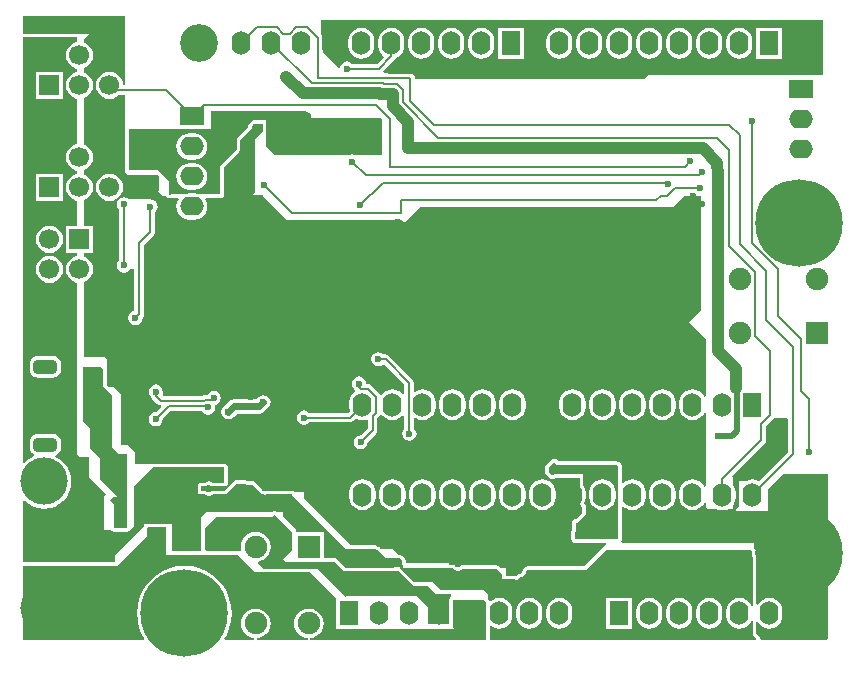
<source format=gbl>
G04*
G04 #@! TF.GenerationSoftware,Altium Limited,Altium Designer,18.1.7 (191)*
G04*
G04 Layer_Physical_Order=2*
G04 Layer_Color=16711680*
%FSLAX44Y44*%
%MOMM*%
G71*
G01*
G75*
%ADD10C,0.2000*%
%ADD11C,0.5000*%
%ADD15R,1.9000X1.9000*%
%ADD61C,1.9000*%
%ADD62R,1.9000X1.9000*%
%ADD70C,1.0000*%
%ADD72C,0.6000*%
%ADD73O,1.6000X2.0000*%
%ADD74R,1.6000X2.0000*%
%ADD75R,2.0000X1.6000*%
%ADD76O,2.0000X1.6000*%
%ADD77C,1.7000*%
%ADD78R,1.7000X1.7000*%
G04:AMPARAMS|DCode=79|XSize=2mm|YSize=1.2mm|CornerRadius=0.36mm|HoleSize=0mm|Usage=FLASHONLY|Rotation=0.000|XOffset=0mm|YOffset=0mm|HoleType=Round|Shape=RoundedRectangle|*
%AMROUNDEDRECTD79*
21,1,2.0000,0.4800,0,0,0.0*
21,1,1.2800,1.2000,0,0,0.0*
1,1,0.7200,0.6400,-0.2400*
1,1,0.7200,-0.6400,-0.2400*
1,1,0.7200,-0.6400,0.2400*
1,1,0.7200,0.6400,0.2400*
%
%ADD79ROUNDEDRECTD79*%
%ADD80C,3.2000*%
%ADD81C,4.0000*%
%ADD82C,7.4000*%
%ADD83C,0.6000*%
G36*
X680000Y481000D02*
X532000D01*
X529000Y478000D01*
X335078D01*
Y478250D01*
X334768Y479811D01*
X333884Y481134D01*
X332561Y482018D01*
X331000Y482328D01*
X312331D01*
X311673Y482768D01*
X310113Y483078D01*
X310112Y483078D01*
X308642D01*
X308116Y484348D01*
X317844Y494076D01*
X317844Y494076D01*
X318728Y495399D01*
X318783Y495677D01*
X320508Y496391D01*
X322805Y498155D01*
X324568Y500452D01*
X325677Y503128D01*
X326055Y506000D01*
Y510000D01*
X325677Y512872D01*
X324568Y515547D01*
X322805Y517845D01*
X320508Y519608D01*
X317832Y520717D01*
X314960Y521095D01*
X312088Y520717D01*
X309412Y519608D01*
X307115Y517845D01*
X305352Y515547D01*
X304243Y512872D01*
X303865Y510000D01*
Y506000D01*
X304243Y503128D01*
X305352Y500452D01*
X307115Y498155D01*
X308202Y497320D01*
X308285Y496053D01*
X302811Y490578D01*
X281741D01*
X281576Y490826D01*
X279591Y492152D01*
X277250Y492617D01*
X274909Y492152D01*
X272924Y490826D01*
X271598Y488841D01*
X271325Y487471D01*
X269947Y487052D01*
X256738Y500262D01*
Y512590D01*
X256738Y512590D01*
X256428Y514151D01*
X255544Y515474D01*
X255544Y515474D01*
X255000Y516018D01*
Y528000D01*
X680000D01*
Y481000D01*
D02*
G37*
G36*
X89000Y473049D02*
X87730Y472966D01*
X87404Y475442D01*
X86245Y478240D01*
X84402Y480642D01*
X82000Y482485D01*
X79202Y483644D01*
X76200Y484039D01*
X73198Y483644D01*
X70400Y482485D01*
X67998Y480642D01*
X66155Y478240D01*
X64996Y475442D01*
X64601Y472440D01*
X64996Y469438D01*
X66155Y466640D01*
X67998Y464238D01*
X70400Y462395D01*
X73198Y461236D01*
X76200Y460841D01*
X79202Y461236D01*
X82000Y462395D01*
X84342Y464192D01*
X89000D01*
Y398738D01*
X91430Y396308D01*
X117367D01*
X118000Y395674D01*
Y384078D01*
X117000Y383078D01*
X121578Y378500D01*
X124001D01*
X124337Y377996D01*
X124932Y377599D01*
X125329Y377333D01*
X126503Y376847D01*
X127673Y376614D01*
X128417Y376763D01*
X128844Y376847D01*
X129404Y377222D01*
X134394D01*
X134956Y376083D01*
X134391Y375347D01*
X133283Y372672D01*
X132905Y369800D01*
X133283Y366928D01*
X134391Y364253D01*
X136155Y361955D01*
X138453Y360191D01*
X141128Y359083D01*
X144000Y358705D01*
X148000D01*
X150872Y359083D01*
X153547Y360191D01*
X155845Y361955D01*
X157608Y364253D01*
X158717Y366928D01*
X159095Y369800D01*
X158717Y372672D01*
X157608Y375347D01*
X157229Y375842D01*
X157941Y377000D01*
X172000D01*
Y378009D01*
X172163Y378117D01*
X172826Y379110D01*
X173059Y380280D01*
Y402733D01*
X186163Y415837D01*
X186826Y416829D01*
X187059Y418000D01*
X187059Y418000D01*
Y425733D01*
X196065Y434739D01*
X196232Y434990D01*
X196445Y435203D01*
X196561Y435481D01*
X196728Y435731D01*
X196787Y436027D01*
X196902Y436306D01*
X196902Y436502D01*
X197229Y438148D01*
X197880Y439120D01*
X198852Y439771D01*
X200000Y439999D01*
X201251Y439750D01*
X201552D01*
X201848Y439691D01*
X205941D01*
Y432941D01*
X199750Y426750D01*
Y381750D01*
X198660Y380660D01*
X198660Y380660D01*
X198000Y380000D01*
X198610Y379390D01*
X199186Y379390D01*
X199186Y379390D01*
X206500D01*
Y378500D01*
X227000Y358000D01*
X324000D01*
X326000Y356000D01*
X339000Y369000D01*
X553000D01*
X563000Y379000D01*
X577000D01*
Y282355D01*
X566645Y272000D01*
X581000Y257645D01*
Y209074D01*
X579730Y208822D01*
X579459Y209478D01*
X577695Y211775D01*
X575397Y213538D01*
X572722Y214647D01*
X569850Y215025D01*
X566978Y214647D01*
X564302Y213538D01*
X562005Y211775D01*
X560242Y209478D01*
X559133Y206802D01*
X558755Y203930D01*
Y199930D01*
X559133Y197058D01*
X560242Y194382D01*
X562005Y192085D01*
X564302Y190322D01*
X566978Y189213D01*
X569850Y188835D01*
X572722Y189213D01*
X575397Y190322D01*
X577695Y192085D01*
X579459Y194382D01*
X579730Y195038D01*
X581000Y194785D01*
Y132874D01*
X579730Y132622D01*
X579459Y133278D01*
X577695Y135575D01*
X575397Y137338D01*
X572722Y138447D01*
X569850Y138825D01*
X566978Y138447D01*
X564302Y137338D01*
X562005Y135575D01*
X560242Y133278D01*
X559133Y130602D01*
X558755Y127730D01*
Y123730D01*
X559133Y120858D01*
X560242Y118182D01*
X562005Y115885D01*
X564302Y114122D01*
X566978Y113013D01*
X569850Y112635D01*
X572722Y113013D01*
X575397Y114122D01*
X577695Y115885D01*
X579459Y118182D01*
X579730Y118838D01*
X581000Y118586D01*
Y115000D01*
X583000Y113000D01*
X584000Y114000D01*
X589996D01*
X592378Y113013D01*
X595250Y112635D01*
X598122Y113013D01*
X600504Y114000D01*
X604053D01*
Y117132D01*
X604859Y118182D01*
X605967Y120858D01*
X606345Y123730D01*
Y127730D01*
X605967Y130602D01*
X604859Y133278D01*
X604053Y134328D01*
Y140947D01*
X603380Y141620D01*
X631134Y169374D01*
X631134Y169374D01*
X632018Y170697D01*
X632328Y172258D01*
X632328Y172258D01*
Y183953D01*
X638741Y190366D01*
X638741Y190366D01*
X639165Y191000D01*
X650000D01*
X650922Y190078D01*
Y161769D01*
X626363Y137211D01*
X626198Y137338D01*
X623522Y138447D01*
X620650Y138825D01*
X617778Y138447D01*
X615103Y137338D01*
X614661Y137000D01*
X609600D01*
Y128071D01*
X609555Y127730D01*
Y123730D01*
X609600Y123389D01*
Y115872D01*
X606728Y113000D01*
X607728Y112000D01*
X634000D01*
Y130750D01*
X646250Y143000D01*
X685000D01*
Y4500D01*
X683500Y3000D01*
X628000D01*
Y3500D01*
X626949Y4551D01*
X626826Y5171D01*
X626163Y6163D01*
X626163Y6163D01*
X624059Y8267D01*
Y17751D01*
X625329Y18004D01*
X625392Y17852D01*
X627155Y15555D01*
X629453Y13792D01*
X632128Y12683D01*
X635000Y12305D01*
X637872Y12683D01*
X640547Y13792D01*
X642845Y15555D01*
X644609Y17852D01*
X645717Y20528D01*
X646095Y23400D01*
Y27400D01*
X645717Y30272D01*
X644609Y32947D01*
X642845Y35245D01*
X640547Y37009D01*
X637872Y38117D01*
X635000Y38495D01*
X632128Y38117D01*
X629453Y37009D01*
X627155Y35245D01*
X625392Y32947D01*
X625329Y32796D01*
X624059Y33049D01*
Y68966D01*
X623988Y69320D01*
X623974Y69681D01*
X623801Y70403D01*
X623344Y76200D01*
X623473Y77827D01*
X623465Y77888D01*
X623480Y77947D01*
X623396Y78478D01*
X623332Y79013D01*
X623302Y79066D01*
X623293Y79126D01*
X623012Y79584D01*
X622749Y80054D01*
X622701Y80092D01*
X622669Y80144D01*
X622000Y80868D01*
Y85160D01*
X510238D01*
X509559Y86430D01*
X509826Y86830D01*
X510059Y88000D01*
Y115496D01*
X510269Y115567D01*
X511329Y115789D01*
X513503Y114122D01*
X516178Y113013D01*
X519050Y112635D01*
X521922Y113013D01*
X524598Y114122D01*
X526895Y115885D01*
X528658Y118182D01*
X529767Y120858D01*
X530145Y123730D01*
Y127730D01*
X529767Y130602D01*
X528658Y133278D01*
X526895Y135575D01*
X524598Y137338D01*
X521922Y138447D01*
X519050Y138825D01*
X516178Y138447D01*
X513503Y137338D01*
X511329Y135670D01*
X510269Y135893D01*
X510059Y135964D01*
Y150000D01*
X510059Y150000D01*
X509826Y151171D01*
X509163Y152163D01*
X509163Y152163D01*
X508163Y153163D01*
X507170Y153826D01*
X506000Y154059D01*
X506000Y154059D01*
X456693D01*
X455074Y155677D01*
X454525Y156044D01*
X454082Y156340D01*
X454082Y156340D01*
X454081Y156340D01*
X453482Y156459D01*
X452911Y156573D01*
X452911Y156573D01*
X452911Y156573D01*
X452339Y156459D01*
X451741Y156340D01*
X451740Y156340D01*
X451740Y156340D01*
X451225Y155995D01*
X450748Y155677D01*
X450748Y155676D01*
X450748Y155676D01*
X450748Y155676D01*
X445837Y150765D01*
X445837Y150765D01*
X445452Y150188D01*
X445174Y149773D01*
X445174Y149773D01*
X445174Y149773D01*
X445075Y149278D01*
X444941Y148602D01*
X444941Y148602D01*
X444941Y145205D01*
X445057Y144624D01*
X445171Y144042D01*
X445173Y144038D01*
X445174Y144034D01*
X445506Y143538D01*
X445832Y143048D01*
X448791Y140073D01*
X448792Y140072D01*
X448793Y140071D01*
X449285Y139741D01*
X449781Y139408D01*
X449783Y139407D01*
X449785Y139406D01*
X450360Y139291D01*
X450951Y139172D01*
X450953Y139172D01*
X450955Y139172D01*
X452225Y139170D01*
X452227Y139171D01*
X452229Y139170D01*
X452819Y139288D01*
X453396Y139402D01*
X453398Y139403D01*
X453400Y139403D01*
X453886Y139728D01*
X454206Y139941D01*
X474441D01*
Y133745D01*
X474519Y133352D01*
X474546Y132953D01*
X474635Y132772D01*
X474674Y132574D01*
X474896Y132241D01*
X475073Y131882D01*
X475187Y131735D01*
X475987Y129803D01*
X476286Y127529D01*
Y123931D01*
X475987Y121657D01*
X475074Y119453D01*
X474841Y118283D01*
X475074Y117112D01*
X475322Y116740D01*
X475737Y116120D01*
X476267Y115590D01*
Y110267D01*
X471043Y105043D01*
X469951Y104826D01*
X468959Y104163D01*
X468296Y103170D01*
X468063Y102000D01*
Y96267D01*
X467837Y96041D01*
X467174Y95049D01*
X466941Y93878D01*
X466941Y93878D01*
Y89122D01*
X466941Y89122D01*
X467174Y87951D01*
X467837Y86959D01*
X468959Y85837D01*
X469951Y85174D01*
X471122Y84941D01*
X471122Y84941D01*
X496532D01*
X497018Y83768D01*
X479000Y65750D01*
Y65326D01*
X478733Y65059D01*
X430000D01*
X428829Y64826D01*
X427837Y64163D01*
X426798Y63123D01*
X426630Y62873D01*
X426417Y62660D01*
X426302Y62382D01*
X426135Y62131D01*
X426076Y61835D01*
X425961Y61557D01*
X425771Y60602D01*
X425121Y59630D01*
X424148Y58979D01*
X423193Y58790D01*
X422915Y58674D01*
X422619Y58615D01*
X422368Y58448D01*
X422090Y58333D01*
X421877Y58120D01*
X421627Y57952D01*
X420611Y56937D01*
X420000Y57059D01*
X420000Y57059D01*
X412059D01*
Y58580D01*
X412059Y58580D01*
X411948Y59140D01*
Y63828D01*
X412000Y63881D01*
X408025D01*
X406917Y64989D01*
X406439Y65308D01*
X405966Y65634D01*
X405944Y65639D01*
X405925Y65652D01*
X405360Y65764D01*
X404799Y65884D01*
X375675Y66313D01*
X375356Y66255D01*
X375033D01*
X374775Y66148D01*
X374501Y66097D01*
X374229Y65922D01*
X373930Y65798D01*
X373796Y65664D01*
X372398Y64729D01*
X371250Y64501D01*
X370102Y64729D01*
X369018Y65454D01*
X368978Y65516D01*
X368712Y65699D01*
X368483Y65928D01*
X368225Y66035D01*
X367995Y66193D01*
X367679Y66261D01*
X367380Y66385D01*
X367101D01*
X366828Y66443D01*
X364000Y66485D01*
Y67941D01*
X363656Y68285D01*
X327370D01*
X327015Y70356D01*
X326893Y70675D01*
X326826Y71010D01*
X326681Y71227D01*
X326588Y71471D01*
X326353Y71719D01*
X326163Y72003D01*
X324003Y74163D01*
X323010Y74826D01*
X321840Y75059D01*
X321840Y75059D01*
X321104D01*
X316047Y80116D01*
X306210D01*
X305437Y80889D01*
X305187Y81056D01*
X304974Y81269D01*
X304695Y81384D01*
X304445Y81552D01*
X304149Y81610D01*
X303871Y81726D01*
X303852Y81729D01*
X302874Y82383D01*
X302596Y82499D01*
X302345Y82666D01*
X302050Y82725D01*
X301771Y82840D01*
X301470Y82840D01*
X301175Y82899D01*
X281101D01*
X241160Y122840D01*
Y128000D01*
X233326D01*
X233261Y128065D01*
X233011Y128232D01*
X232797Y128445D01*
X232519Y128561D01*
X232269Y128728D01*
X231973Y128787D01*
X231695Y128902D01*
X231499D01*
X231006Y129000D01*
X230704D01*
X230409Y129059D01*
X209848D01*
X209552Y129000D01*
X209251D01*
X208000Y128751D01*
X206749Y129000D01*
X206576D01*
X206294Y129282D01*
X206043Y129449D01*
X205912Y129580D01*
X205912Y129580D01*
X205699Y129793D01*
X205532Y130044D01*
X199096Y136480D01*
X198846Y136647D01*
X198633Y136860D01*
X198354Y136975D01*
X198104Y137143D01*
X197808Y137201D01*
X197530Y137317D01*
X197229D01*
X196933Y137375D01*
X196638Y137317D01*
X196337D01*
X194750Y137001D01*
X193602Y137229D01*
X193133Y137543D01*
X192854Y137659D01*
X192604Y137826D01*
X192308Y137885D01*
X192030Y138000D01*
X191729D01*
X191433Y138059D01*
X183456D01*
X183456Y138059D01*
X182285Y137826D01*
X181293Y137163D01*
X181293Y137163D01*
X173189Y129059D01*
X163717D01*
X163421Y129000D01*
X163120D01*
X162842Y128885D01*
X162546Y128826D01*
X162296Y128659D01*
X162017Y128543D01*
X161548Y128229D01*
X160400Y128001D01*
X159252Y128229D01*
X158783Y128543D01*
X158504Y128659D01*
X158254Y128826D01*
X157958Y128885D01*
X157680Y129000D01*
X157379D01*
X157083Y129059D01*
X154059D01*
Y132941D01*
X157083D01*
X157379Y133000D01*
X157680Y133000D01*
X157958Y133115D01*
X158254Y133174D01*
X158504Y133342D01*
X158783Y133457D01*
X159252Y133771D01*
X160400Y133999D01*
X161548Y133771D01*
X162017Y133457D01*
X162296Y133342D01*
X162546Y133174D01*
X162842Y133115D01*
X163120Y133000D01*
X163421Y133000D01*
X163717Y132941D01*
X173565D01*
X174736Y133174D01*
X175728Y133837D01*
X176391Y134830D01*
X176624Y136000D01*
Y148435D01*
X176391Y149605D01*
X176319Y149714D01*
X176605Y150000D01*
X174605Y152000D01*
X173296D01*
X173000Y152059D01*
X173000Y152059D01*
X113000D01*
X113000Y152059D01*
X112704Y152000D01*
X98250D01*
Y161500D01*
X91750Y168000D01*
X86000D01*
Y211000D01*
X80250Y216750D01*
X75576D01*
X74500Y217826D01*
Y240000D01*
X72500Y242000D01*
X55000D01*
Y305892D01*
X56600Y306555D01*
X59002Y308398D01*
X60845Y310800D01*
X62004Y313598D01*
X62399Y316600D01*
X62004Y319602D01*
X60845Y322400D01*
X59002Y324802D01*
X56600Y326645D01*
X55000Y327308D01*
Y330500D01*
X62300D01*
Y353500D01*
X55000D01*
Y375372D01*
X56600Y376035D01*
X59002Y377878D01*
X60845Y380280D01*
X62004Y383078D01*
X62399Y386080D01*
X62004Y389082D01*
X60845Y391880D01*
X59002Y394282D01*
X56600Y396125D01*
X55000Y396788D01*
Y400772D01*
X56600Y401435D01*
X59002Y403278D01*
X60845Y405680D01*
X62004Y408478D01*
X62399Y411480D01*
X62004Y414482D01*
X60845Y417280D01*
X59002Y419682D01*
X56600Y421525D01*
X55000Y422188D01*
Y461732D01*
X56600Y462395D01*
X59002Y464238D01*
X60845Y466640D01*
X62004Y469438D01*
X62399Y472440D01*
X62004Y475442D01*
X60845Y478240D01*
X59002Y480642D01*
X56600Y482485D01*
X55000Y483148D01*
Y487132D01*
X56600Y487795D01*
X59002Y489638D01*
X60845Y492040D01*
X62004Y494838D01*
X62399Y497840D01*
X62004Y500842D01*
X60845Y503640D01*
X59002Y506042D01*
X56600Y507885D01*
X55000Y508548D01*
Y512000D01*
X59000Y516000D01*
X48881D01*
X48586Y516059D01*
X3000D01*
Y531000D01*
X89000D01*
Y473049D01*
D02*
G37*
G36*
X247000Y448000D02*
Y445000D01*
X306000D01*
X307000Y444000D01*
Y413000D01*
X284692D01*
X284091Y413402D01*
X281750Y413867D01*
X279409Y413402D01*
X278808Y413000D01*
X216750D01*
X209000Y420750D01*
Y442750D01*
X201848D01*
X200000Y443117D01*
X197659Y442652D01*
X195674Y441326D01*
X194348Y439341D01*
X193883Y437000D01*
X193902Y436902D01*
X184000Y427000D01*
Y418000D01*
X170000Y404000D01*
Y380280D01*
X151442D01*
X150872Y380517D01*
X148000Y380895D01*
X144000D01*
X141128Y380517D01*
X140558Y380280D01*
X128280D01*
X127673Y379673D01*
X126500Y380159D01*
Y391500D01*
X117000Y401000D01*
X93000D01*
Y435000D01*
X162000D01*
Y451000D01*
X242000D01*
X247000Y448000D01*
D02*
G37*
G36*
X49000Y512000D02*
Y509202D01*
X47798Y509044D01*
X45000Y507885D01*
X42598Y506042D01*
X40755Y503640D01*
X39596Y500842D01*
X39201Y497840D01*
X39596Y494838D01*
X40755Y492040D01*
X42598Y489638D01*
X45000Y487795D01*
X47798Y486636D01*
X49000Y486478D01*
Y483802D01*
X47798Y483644D01*
X45000Y482485D01*
X42598Y480642D01*
X40755Y478240D01*
X39596Y475442D01*
X39201Y472440D01*
X39596Y469438D01*
X40755Y466640D01*
X42598Y464238D01*
X45000Y462395D01*
X47798Y461236D01*
X49000Y461078D01*
Y422842D01*
X47798Y422684D01*
X45000Y421525D01*
X42598Y419682D01*
X40755Y417280D01*
X39596Y414482D01*
X39201Y411480D01*
X39596Y408478D01*
X40755Y405680D01*
X42598Y403278D01*
X45000Y401435D01*
X47798Y400276D01*
X49000Y400118D01*
Y397442D01*
X47798Y397284D01*
X45000Y396125D01*
X42598Y394282D01*
X40755Y391880D01*
X39596Y389082D01*
X39201Y386080D01*
X39596Y383078D01*
X40755Y380280D01*
X42598Y377878D01*
X45000Y376035D01*
X47798Y374876D01*
X49000Y374718D01*
Y353500D01*
X39300D01*
Y330500D01*
X49000D01*
Y327962D01*
X47798Y327804D01*
X45000Y326645D01*
X42598Y324802D01*
X40755Y322400D01*
X39596Y319602D01*
X39201Y316600D01*
X39596Y313598D01*
X40755Y310800D01*
X42598Y308398D01*
X45000Y306555D01*
X47798Y305396D01*
X49000Y305238D01*
Y160000D01*
X51000Y158000D01*
X59000D01*
Y140000D01*
X73000Y126000D01*
X72000Y125000D01*
Y95500D01*
X77783D01*
X77837Y95419D01*
X78829Y94756D01*
X80000Y94523D01*
X91000D01*
X92170Y94756D01*
X93163Y95419D01*
X93163Y95419D01*
X93244Y95500D01*
X93500D01*
X97000Y99000D01*
Y133000D01*
X113000Y149000D01*
X173000D01*
X173565Y148435D01*
Y136000D01*
X163717D01*
X162741Y136652D01*
X160400Y137118D01*
X158059Y136652D01*
X157083Y136000D01*
X152000D01*
X151000Y135000D01*
Y126000D01*
X157083D01*
X158059Y125348D01*
X160400Y124882D01*
X162741Y125348D01*
X163717Y126000D01*
X173916D01*
X174186Y125730D01*
X183456Y135000D01*
X191433D01*
X192409Y134348D01*
X194750Y133883D01*
X196933Y134317D01*
X203369Y127881D01*
X203674Y127424D01*
X204131Y127119D01*
X205250Y126000D01*
X206152D01*
X208000Y125632D01*
X209848Y126000D01*
X230409D01*
X231000Y125883D01*
X231098Y125902D01*
X276000Y81000D01*
Y79840D01*
X301175D01*
X302659Y78848D01*
X303274Y78726D01*
X310000Y72000D01*
X321840D01*
X324000Y69840D01*
X325000Y64000D01*
X366783Y63385D01*
X366924Y63174D01*
X368909Y61848D01*
X371250Y61382D01*
X373591Y61848D01*
X375576Y63174D01*
X375630Y63255D01*
X404754Y62826D01*
X409000Y58580D01*
Y54000D01*
X420000D01*
X421000Y53000D01*
X423789Y55789D01*
X425341Y56098D01*
X427326Y57424D01*
X428652Y59409D01*
X428960Y60960D01*
X430000Y62000D01*
X480000D01*
X497000Y79000D01*
X619561D01*
X620423Y78067D01*
X620276Y76200D01*
X620770Y69923D01*
X621000Y68966D01*
Y31941D01*
X619730Y31688D01*
X619208Y32947D01*
X617445Y35245D01*
X615148Y37009D01*
X612472Y38117D01*
X609600Y38495D01*
X606728Y38117D01*
X604053Y37009D01*
X601755Y35245D01*
X599991Y32947D01*
X598883Y30272D01*
X598505Y27400D01*
Y23400D01*
X598883Y20528D01*
X599991Y17852D01*
X601755Y15555D01*
X604053Y13792D01*
X606728Y12683D01*
X609600Y12305D01*
X612472Y12683D01*
X615148Y13792D01*
X617445Y15555D01*
X619208Y17852D01*
X619730Y19112D01*
X621000Y18859D01*
Y7000D01*
X624000Y4000D01*
X623000Y3000D01*
X398059D01*
Y14334D01*
X399329Y14961D01*
X400853Y13792D01*
X403528Y12683D01*
X406400Y12305D01*
X409272Y12683D01*
X411948Y13792D01*
X414245Y15555D01*
X416008Y17852D01*
X417117Y20528D01*
X417495Y23400D01*
Y27400D01*
X417117Y30272D01*
X416008Y32947D01*
X414245Y35245D01*
X411948Y37009D01*
X409272Y38117D01*
X406400Y38495D01*
X403528Y38117D01*
X400853Y37009D01*
X399206Y35745D01*
X397863Y36159D01*
X397777Y36244D01*
X397163Y37163D01*
X397000Y37326D01*
Y41000D01*
X393000Y45000D01*
X365545D01*
X365250Y45059D01*
X356941D01*
X350000Y52000D01*
X334326Y52000D01*
X322595Y63731D01*
X322345Y63898D01*
X322132Y64111D01*
X321853Y64226D01*
X321603Y64394D01*
X321307Y64453D01*
X321029Y64568D01*
X320728D01*
X320432Y64627D01*
X320136Y64568D01*
X319835D01*
X319500Y64501D01*
X319165Y64568D01*
X318863D01*
X318568Y64627D01*
X318272Y64568D01*
X317971D01*
X317693Y64453D01*
X317397Y64394D01*
X317147Y64226D01*
X316868Y64111D01*
X316816Y64059D01*
X290591D01*
X290296Y64000D01*
X289704D01*
X289409Y64059D01*
X276267D01*
X269163Y71163D01*
X268171Y71826D01*
X267000Y72059D01*
X267000Y72059D01*
X257500D01*
Y94250D01*
X234081D01*
Y97000D01*
X223500Y107581D01*
Y111000D01*
X218326D01*
X218163Y111163D01*
X217171Y111826D01*
X216000Y112059D01*
X214830Y111826D01*
X213837Y111163D01*
X213837Y111163D01*
X213674Y111000D01*
X158000D01*
X154000Y107000D01*
Y97878D01*
X153941Y97582D01*
X153941Y97582D01*
Y80116D01*
X154000Y79821D01*
Y78059D01*
X142321D01*
X142123Y78019D01*
X141922Y78033D01*
X141600Y77990D01*
X141278Y78033D01*
X141077Y78019D01*
X140879Y78059D01*
X129941D01*
X129000Y79000D01*
Y100700D01*
X127200D01*
Y101000D01*
X124357D01*
X124000Y101071D01*
X108000D01*
X107643Y101000D01*
X105200D01*
Y99222D01*
X105174Y99183D01*
X105112Y98873D01*
X81000Y74761D01*
Y69000D01*
X4000D01*
X3000Y69796D01*
Y120793D01*
X4196Y121221D01*
X4658Y120658D01*
X8160Y117784D01*
X12156Y115648D01*
X16491Y114333D01*
X21000Y113889D01*
X25509Y114333D01*
X29844Y115648D01*
X33840Y117784D01*
X37342Y120658D01*
X40216Y124160D01*
X42352Y128156D01*
X43667Y132491D01*
X44111Y137000D01*
X43667Y141509D01*
X42352Y145844D01*
X40216Y149840D01*
X37342Y153342D01*
X33840Y156216D01*
X30509Y157997D01*
X30620Y159378D01*
X31723Y159835D01*
X33102Y160893D01*
X34160Y162271D01*
X34825Y163877D01*
X35052Y165600D01*
Y170400D01*
X34825Y172123D01*
X34160Y173728D01*
X33102Y175107D01*
X31723Y176165D01*
X30118Y176830D01*
X28395Y177057D01*
X15595D01*
X13872Y176830D01*
X12266Y176165D01*
X10888Y175107D01*
X9830Y173728D01*
X9165Y172123D01*
X8938Y170400D01*
Y165600D01*
X9165Y163877D01*
X9830Y162271D01*
X10888Y160893D01*
X12266Y159835D01*
X12437Y159764D01*
X12371Y158417D01*
X12156Y158352D01*
X8160Y156216D01*
X4658Y153342D01*
X4196Y152779D01*
X3000Y153207D01*
Y513000D01*
X48586D01*
X49000Y512000D01*
D02*
G37*
G36*
X71000Y232000D02*
Y217000D01*
X78000Y210000D01*
Y166500D01*
X84500Y160000D01*
X91430D01*
Y98012D01*
X91000Y97582D01*
X80000D01*
Y118000D01*
X77000Y121000D01*
X80000Y124000D01*
X81204Y124000D01*
X82500D01*
X82500Y124500D01*
X81730Y125270D01*
X81730Y125270D01*
X68000Y139000D01*
Y156500D01*
X60000Y164500D01*
Y182500D01*
X54000Y188500D01*
Y234000D01*
X69000D01*
X71000Y232000D01*
D02*
G37*
G36*
X455426Y151000D02*
X506000D01*
X507000Y150000D01*
Y88000D01*
X471122D01*
X470000Y89122D01*
Y93878D01*
X471122Y95000D01*
Y102000D01*
X472326D01*
X479326Y109000D01*
Y116857D01*
X477900Y118283D01*
X478967Y120858D01*
X479345Y123730D01*
Y127730D01*
X478967Y130602D01*
X477859Y133278D01*
X477500Y133745D01*
Y143000D01*
X453000D01*
X452229Y142229D01*
X450959Y142231D01*
X448000Y145205D01*
X448000Y148602D01*
X452911Y153514D01*
X455426Y151000D01*
D02*
G37*
G36*
X231000Y94000D02*
Y79000D01*
X223000Y71000D01*
X225000Y69000D01*
X267000D01*
X275000Y61000D01*
X289409D01*
X290000Y60883D01*
X290591Y61000D01*
X318000D01*
X318568Y61568D01*
X319500Y61382D01*
X320432Y61568D01*
X333000Y49000D01*
Y48500D01*
X346000D01*
X352500Y42000D01*
X365250D01*
Y39439D01*
X364837Y39163D01*
X364174Y38170D01*
X363941Y37000D01*
Y16000D01*
X346000D01*
Y31000D01*
X337000Y40000D01*
X277000D01*
X276000Y39000D01*
X252500Y62500D01*
X247758D01*
X247271Y62826D01*
X246100Y63059D01*
X246100Y63059D01*
X207441D01*
X202215Y68285D01*
X202623Y69488D01*
X203263Y69572D01*
X206304Y70831D01*
X208915Y72835D01*
X210919Y75446D01*
X212178Y78487D01*
X212608Y81750D01*
X212178Y85013D01*
X210919Y88054D01*
X208915Y90665D01*
X206304Y92669D01*
X203263Y93928D01*
X200000Y94358D01*
X196737Y93928D01*
X193696Y92669D01*
X191085Y90665D01*
X189081Y88054D01*
X187822Y85013D01*
X187392Y81750D01*
X187703Y79386D01*
X186681Y78116D01*
X159000D01*
X159000Y78116D01*
Y78116D01*
X158151Y78966D01*
X157000Y80116D01*
Y97582D01*
X166418Y107000D01*
X214000D01*
X216000Y109000D01*
X231000Y94000D01*
D02*
G37*
G36*
X124000Y75000D02*
X140879D01*
X141600Y74905D01*
X142321Y75000D01*
X166279Y75000D01*
X167000Y74905D01*
X167721Y75000D01*
X184500D01*
X199500Y60000D01*
X246100D01*
X268400Y37700D01*
Y12400D01*
X269000D01*
Y12000D01*
X367204D01*
Y12000D01*
X367600Y12000D01*
X368300Y12700D01*
X367822Y13178D01*
Y13178D01*
X367000Y14021D01*
Y37000D01*
X393000D01*
X395000Y35000D01*
Y3000D01*
X246054D01*
X245971Y4270D01*
X248263Y4572D01*
X251304Y5831D01*
X253915Y7835D01*
X255919Y10446D01*
X257178Y13487D01*
X257608Y16750D01*
X257178Y20013D01*
X255919Y23054D01*
X253915Y25665D01*
X251304Y27669D01*
X248263Y28928D01*
X245000Y29358D01*
X241737Y28928D01*
X238696Y27669D01*
X236085Y25665D01*
X234081Y23054D01*
X232822Y20013D01*
X232392Y16750D01*
X232822Y13487D01*
X234081Y10446D01*
X236085Y7835D01*
X238696Y5831D01*
X241737Y4572D01*
X244029Y4270D01*
X243946Y3000D01*
X201054D01*
X200971Y4270D01*
X203263Y4572D01*
X206304Y5831D01*
X208915Y7835D01*
X210919Y10446D01*
X212178Y13487D01*
X212608Y16750D01*
X212178Y20013D01*
X210919Y23054D01*
X208915Y25665D01*
X206304Y27669D01*
X203263Y28928D01*
X200000Y29358D01*
X196737Y28928D01*
X193696Y27669D01*
X191085Y25665D01*
X189081Y23054D01*
X187822Y20013D01*
X187392Y16750D01*
X187822Y13487D01*
X189081Y10446D01*
X191085Y7835D01*
X193696Y5831D01*
X196737Y4572D01*
X199029Y4270D01*
X198946Y3000D01*
X174186D01*
X173565Y4108D01*
X175450Y7184D01*
X177860Y13001D01*
X179330Y19123D01*
X179824Y25400D01*
X179330Y31677D01*
X177860Y37799D01*
X175450Y43616D01*
X172161Y48984D01*
X168072Y53772D01*
X163284Y57861D01*
X157916Y61150D01*
X152099Y63560D01*
X145977Y65030D01*
X139700Y65524D01*
X133423Y65030D01*
X127301Y63560D01*
X121484Y61150D01*
X116116Y57861D01*
X111328Y53772D01*
X107239Y48984D01*
X103949Y43616D01*
X101540Y37799D01*
X100070Y31677D01*
X99576Y25400D01*
X100070Y19123D01*
X101540Y13001D01*
X103949Y7184D01*
X105835Y4108D01*
X105214Y3000D01*
X3000D01*
Y65000D01*
X82500D01*
X108000Y90500D01*
Y98012D01*
X124000D01*
Y75000D01*
D02*
G37*
%LPC*%
G36*
X646000Y521000D02*
X624000D01*
Y495000D01*
X646000D01*
Y521000D01*
D02*
G37*
G36*
X427560D02*
X405560D01*
Y495000D01*
X427560D01*
Y521000D01*
D02*
G37*
G36*
X609600Y521095D02*
X606728Y520717D01*
X604053Y519608D01*
X601755Y517845D01*
X599991Y515547D01*
X598883Y512872D01*
X598505Y510000D01*
Y506000D01*
X598883Y503128D01*
X599991Y500452D01*
X601755Y498155D01*
X604053Y496391D01*
X606728Y495283D01*
X609600Y494905D01*
X612472Y495283D01*
X615148Y496391D01*
X617445Y498155D01*
X619208Y500452D01*
X620317Y503128D01*
X620695Y506000D01*
Y510000D01*
X620317Y512872D01*
X619208Y515547D01*
X617445Y517845D01*
X615148Y519608D01*
X612472Y520717D01*
X609600Y521095D01*
D02*
G37*
G36*
X584200D02*
X581328Y520717D01*
X578652Y519608D01*
X576355Y517845D01*
X574591Y515547D01*
X573483Y512872D01*
X573105Y510000D01*
Y506000D01*
X573483Y503128D01*
X574591Y500452D01*
X576355Y498155D01*
X578652Y496391D01*
X581328Y495283D01*
X584200Y494905D01*
X587072Y495283D01*
X589748Y496391D01*
X592045Y498155D01*
X593809Y500452D01*
X594917Y503128D01*
X595295Y506000D01*
Y510000D01*
X594917Y512872D01*
X593809Y515547D01*
X592045Y517845D01*
X589748Y519608D01*
X587072Y520717D01*
X584200Y521095D01*
D02*
G37*
G36*
X558800D02*
X555928Y520717D01*
X553252Y519608D01*
X550955Y517845D01*
X549192Y515547D01*
X548083Y512872D01*
X547705Y510000D01*
Y506000D01*
X548083Y503128D01*
X549192Y500452D01*
X550955Y498155D01*
X553252Y496391D01*
X555928Y495283D01*
X558800Y494905D01*
X561672Y495283D01*
X564347Y496391D01*
X566645Y498155D01*
X568409Y500452D01*
X569517Y503128D01*
X569895Y506000D01*
Y510000D01*
X569517Y512872D01*
X568409Y515547D01*
X566645Y517845D01*
X564347Y519608D01*
X561672Y520717D01*
X558800Y521095D01*
D02*
G37*
G36*
X533400D02*
X530528Y520717D01*
X527853Y519608D01*
X525555Y517845D01*
X523792Y515547D01*
X522683Y512872D01*
X522305Y510000D01*
Y506000D01*
X522683Y503128D01*
X523792Y500452D01*
X525555Y498155D01*
X527853Y496391D01*
X530528Y495283D01*
X533400Y494905D01*
X536272Y495283D01*
X538947Y496391D01*
X541245Y498155D01*
X543008Y500452D01*
X544117Y503128D01*
X544495Y506000D01*
Y510000D01*
X544117Y512872D01*
X543008Y515547D01*
X541245Y517845D01*
X538947Y519608D01*
X536272Y520717D01*
X533400Y521095D01*
D02*
G37*
G36*
X508000D02*
X505128Y520717D01*
X502453Y519608D01*
X500155Y517845D01*
X498391Y515547D01*
X497283Y512872D01*
X496905Y510000D01*
Y506000D01*
X497283Y503128D01*
X498391Y500452D01*
X500155Y498155D01*
X502453Y496391D01*
X505128Y495283D01*
X508000Y494905D01*
X510872Y495283D01*
X513548Y496391D01*
X515845Y498155D01*
X517608Y500452D01*
X518717Y503128D01*
X519095Y506000D01*
Y510000D01*
X518717Y512872D01*
X517608Y515547D01*
X515845Y517845D01*
X513548Y519608D01*
X510872Y520717D01*
X508000Y521095D01*
D02*
G37*
G36*
X482600D02*
X479728Y520717D01*
X477052Y519608D01*
X474755Y517845D01*
X472991Y515547D01*
X471883Y512872D01*
X471505Y510000D01*
Y506000D01*
X471883Y503128D01*
X472991Y500452D01*
X474755Y498155D01*
X477052Y496391D01*
X479728Y495283D01*
X482600Y494905D01*
X485472Y495283D01*
X488148Y496391D01*
X490445Y498155D01*
X492209Y500452D01*
X493317Y503128D01*
X493695Y506000D01*
Y510000D01*
X493317Y512872D01*
X492209Y515547D01*
X490445Y517845D01*
X488148Y519608D01*
X485472Y520717D01*
X482600Y521095D01*
D02*
G37*
G36*
X457200D02*
X454328Y520717D01*
X451652Y519608D01*
X449355Y517845D01*
X447592Y515547D01*
X446483Y512872D01*
X446105Y510000D01*
Y506000D01*
X446483Y503128D01*
X447592Y500452D01*
X449355Y498155D01*
X451652Y496391D01*
X454328Y495283D01*
X457200Y494905D01*
X460072Y495283D01*
X462747Y496391D01*
X465045Y498155D01*
X466809Y500452D01*
X467917Y503128D01*
X468295Y506000D01*
Y510000D01*
X467917Y512872D01*
X466809Y515547D01*
X465045Y517845D01*
X462747Y519608D01*
X460072Y520717D01*
X457200Y521095D01*
D02*
G37*
G36*
X391160D02*
X388288Y520717D01*
X385612Y519608D01*
X383315Y517845D01*
X381552Y515547D01*
X380443Y512872D01*
X380065Y510000D01*
Y506000D01*
X380443Y503128D01*
X381552Y500452D01*
X383315Y498155D01*
X385612Y496391D01*
X388288Y495283D01*
X391160Y494905D01*
X394032Y495283D01*
X396707Y496391D01*
X399005Y498155D01*
X400769Y500452D01*
X401877Y503128D01*
X402255Y506000D01*
Y510000D01*
X401877Y512872D01*
X400769Y515547D01*
X399005Y517845D01*
X396707Y519608D01*
X394032Y520717D01*
X391160Y521095D01*
D02*
G37*
G36*
X365760D02*
X362888Y520717D01*
X360213Y519608D01*
X357915Y517845D01*
X356152Y515547D01*
X355043Y512872D01*
X354665Y510000D01*
Y506000D01*
X355043Y503128D01*
X356152Y500452D01*
X357915Y498155D01*
X360213Y496391D01*
X362888Y495283D01*
X365760Y494905D01*
X368632Y495283D01*
X371307Y496391D01*
X373605Y498155D01*
X375368Y500452D01*
X376477Y503128D01*
X376855Y506000D01*
Y510000D01*
X376477Y512872D01*
X375368Y515547D01*
X373605Y517845D01*
X371307Y519608D01*
X368632Y520717D01*
X365760Y521095D01*
D02*
G37*
G36*
X340360D02*
X337488Y520717D01*
X334813Y519608D01*
X332515Y517845D01*
X330751Y515547D01*
X329643Y512872D01*
X329265Y510000D01*
Y506000D01*
X329643Y503128D01*
X330751Y500452D01*
X332515Y498155D01*
X334813Y496391D01*
X337488Y495283D01*
X340360Y494905D01*
X343232Y495283D01*
X345908Y496391D01*
X348205Y498155D01*
X349968Y500452D01*
X351077Y503128D01*
X351455Y506000D01*
Y510000D01*
X351077Y512872D01*
X349968Y515547D01*
X348205Y517845D01*
X345908Y519608D01*
X343232Y520717D01*
X340360Y521095D01*
D02*
G37*
G36*
X289560D02*
X286688Y520717D01*
X284013Y519608D01*
X281715Y517845D01*
X279951Y515547D01*
X278843Y512872D01*
X278465Y510000D01*
Y506000D01*
X278843Y503128D01*
X279951Y500452D01*
X281715Y498155D01*
X284013Y496391D01*
X286688Y495283D01*
X289560Y494905D01*
X292432Y495283D01*
X295107Y496391D01*
X297405Y498155D01*
X299168Y500452D01*
X300277Y503128D01*
X300655Y506000D01*
Y510000D01*
X300277Y512872D01*
X299168Y515547D01*
X297405Y517845D01*
X295107Y519608D01*
X292432Y520717D01*
X289560Y521095D01*
D02*
G37*
G36*
X76200Y397679D02*
X73198Y397284D01*
X70400Y396125D01*
X67998Y394282D01*
X66155Y391880D01*
X64996Y389082D01*
X64601Y386080D01*
X64996Y383078D01*
X66155Y380280D01*
X67998Y377878D01*
X70400Y376035D01*
X73198Y374876D01*
X76200Y374481D01*
X79202Y374876D01*
X82000Y376035D01*
X84402Y377878D01*
X86245Y380280D01*
X87404Y383078D01*
X87799Y386080D01*
X87404Y389082D01*
X86245Y391880D01*
X84402Y394282D01*
X82000Y396125D01*
X79202Y397284D01*
X76200Y397679D01*
D02*
G37*
G36*
X88500Y377868D02*
X86159Y377402D01*
X84174Y376076D01*
X82848Y374091D01*
X82382Y371750D01*
X82848Y369409D01*
X84174Y367424D01*
X84422Y367259D01*
Y324491D01*
X84174Y324326D01*
X82848Y322341D01*
X82382Y320000D01*
X82848Y317659D01*
X84174Y315674D01*
X86159Y314348D01*
X88500Y313883D01*
X90841Y314348D01*
X92826Y315674D01*
X93712Y317000D01*
X97422D01*
Y281203D01*
X95909Y280902D01*
X93924Y279576D01*
X92598Y277591D01*
X92133Y275250D01*
X92598Y272909D01*
X93924Y270924D01*
X95909Y269598D01*
X98250Y269132D01*
X100591Y269598D01*
X102576Y270924D01*
X103902Y272909D01*
X104368Y275250D01*
X104310Y275542D01*
X104384Y275616D01*
X105268Y276939D01*
X105578Y278500D01*
X105578Y278500D01*
Y337311D01*
X113884Y345616D01*
X113884Y345616D01*
X114768Y346939D01*
X115078Y348500D01*
X115078Y348500D01*
Y365259D01*
X115326Y365424D01*
X116652Y367409D01*
X117118Y369750D01*
X116652Y372091D01*
X115326Y374076D01*
X113341Y375402D01*
X111000Y375868D01*
X92965D01*
X92826Y376076D01*
X90841Y377402D01*
X88500Y377868D01*
D02*
G37*
G36*
X304000Y246618D02*
X301659Y246152D01*
X299674Y244826D01*
X298348Y242841D01*
X297882Y240500D01*
X298348Y238159D01*
X299674Y236174D01*
X301659Y234848D01*
X304000Y234382D01*
X306341Y234848D01*
X308326Y236174D01*
X308537Y236195D01*
X325672Y219061D01*
Y211286D01*
X324402Y210855D01*
X323695Y211775D01*
X321398Y213538D01*
X318722Y214647D01*
X315850Y215025D01*
X312978Y214647D01*
X310303Y213538D01*
X308005Y211775D01*
X306977Y210436D01*
X306620Y210384D01*
X305494Y210589D01*
X304834Y211577D01*
X298097Y218314D01*
X296774Y219198D01*
X295213Y219508D01*
X295213Y219508D01*
X293816D01*
X293617Y219750D01*
X293152Y222091D01*
X291826Y224076D01*
X289841Y225402D01*
X287500Y225868D01*
X285159Y225402D01*
X283174Y224076D01*
X281848Y222091D01*
X281383Y219750D01*
X281848Y217409D01*
X283174Y215424D01*
X284346Y214641D01*
X284400Y214533D01*
X284499Y213986D01*
X284189Y212991D01*
X282605Y211775D01*
X280842Y209478D01*
X279733Y206802D01*
X279355Y203930D01*
Y199930D01*
X279733Y197058D01*
X279756Y197003D01*
X277831Y195078D01*
X245491D01*
X245326Y195326D01*
X243341Y196652D01*
X241000Y197118D01*
X238659Y196652D01*
X236674Y195326D01*
X235348Y193341D01*
X234883Y191000D01*
X235348Y188659D01*
X236674Y186674D01*
X238659Y185348D01*
X241000Y184883D01*
X243341Y185348D01*
X245326Y186674D01*
X245491Y186922D01*
X279520D01*
X279520Y186922D01*
X281081Y187232D01*
X282404Y188116D01*
X284736Y190449D01*
X284902Y190322D01*
X287578Y189213D01*
X290450Y188835D01*
X293322Y189213D01*
X293866Y189438D01*
X294922Y188733D01*
Y181939D01*
X289292Y176310D01*
X289000Y176367D01*
X286659Y175902D01*
X284674Y174576D01*
X283348Y172591D01*
X282882Y170250D01*
X283348Y167909D01*
X284674Y165924D01*
X286659Y164598D01*
X289000Y164132D01*
X291341Y164598D01*
X293326Y165924D01*
X294652Y167909D01*
X295117Y170250D01*
X295060Y170542D01*
X301884Y177366D01*
X301884Y177366D01*
X302768Y178689D01*
X303078Y180250D01*
Y190527D01*
X304834Y192283D01*
X304834Y192283D01*
X305494Y193271D01*
X306620Y193476D01*
X306977Y193424D01*
X308005Y192085D01*
X310303Y190322D01*
X312978Y189213D01*
X315850Y188835D01*
X318722Y189213D01*
X321398Y190322D01*
X323695Y192085D01*
X324402Y193005D01*
X325672Y192574D01*
Y181523D01*
X324548Y179841D01*
X324082Y177500D01*
X324548Y175159D01*
X325874Y173174D01*
X327859Y171848D01*
X330200Y171383D01*
X332541Y171848D01*
X334526Y173174D01*
X335852Y175159D01*
X336317Y177500D01*
X335852Y179841D01*
X334526Y181826D01*
X333828Y182292D01*
Y190324D01*
X334967Y190886D01*
X335703Y190322D01*
X338378Y189213D01*
X341250Y188835D01*
X344122Y189213D01*
X346797Y190322D01*
X349095Y192085D01*
X350858Y194382D01*
X351967Y197058D01*
X352345Y199930D01*
Y203930D01*
X351967Y206802D01*
X350858Y209478D01*
X349095Y211775D01*
X346797Y213538D01*
X344122Y214647D01*
X341250Y215025D01*
X338378Y214647D01*
X335703Y213538D01*
X334967Y212974D01*
X333828Y213536D01*
Y220750D01*
X333828Y220750D01*
X333518Y222311D01*
X332634Y223634D01*
X312884Y243384D01*
X311561Y244268D01*
X310000Y244578D01*
X310000Y244578D01*
X308491D01*
X308326Y244826D01*
X306341Y246152D01*
X304000Y246618D01*
D02*
G37*
G36*
X115500Y219118D02*
X113159Y218652D01*
X111174Y217326D01*
X109848Y215341D01*
X109382Y213000D01*
X109848Y210659D01*
X111174Y208674D01*
X111706Y208319D01*
X111732Y208189D01*
X112616Y206866D01*
X116866Y202616D01*
X116866Y202616D01*
X118189Y201732D01*
X119632Y201445D01*
X119955Y200926D01*
X120234Y200252D01*
X115792Y195809D01*
X115500Y195868D01*
X113159Y195402D01*
X111174Y194076D01*
X109848Y192091D01*
X109382Y189750D01*
X109848Y187409D01*
X111174Y185424D01*
X113159Y184098D01*
X115500Y183632D01*
X117841Y184098D01*
X119826Y185424D01*
X121152Y187409D01*
X121618Y189750D01*
X121559Y190042D01*
X127939Y196422D01*
X154758D01*
X155424Y195424D01*
X157409Y194098D01*
X159750Y193633D01*
X162091Y194098D01*
X164076Y195424D01*
X165402Y197409D01*
X165868Y199750D01*
X165455Y201822D01*
X166841Y202098D01*
X168826Y203424D01*
X170152Y205409D01*
X170618Y207750D01*
X170152Y210091D01*
X168826Y212076D01*
X166841Y213402D01*
X164500Y213867D01*
X162159Y213402D01*
X160174Y212076D01*
X159007Y210328D01*
X157058D01*
X155497Y210018D01*
X154839Y209578D01*
X121957D01*
X121306Y210452D01*
X121167Y210736D01*
X121617Y213000D01*
X121152Y215341D01*
X119826Y217326D01*
X117841Y218652D01*
X115500Y219118D01*
D02*
G37*
G36*
X206500Y210117D02*
X204159Y209652D01*
X202174Y208326D01*
X200466Y206618D01*
X181750D01*
X179409Y206152D01*
X177424Y204826D01*
X172674Y200076D01*
X171348Y198091D01*
X170882Y195750D01*
X171348Y193409D01*
X172674Y191424D01*
X174659Y190098D01*
X177000Y189632D01*
X179341Y190098D01*
X181326Y191424D01*
X184284Y194382D01*
X203000D01*
X205341Y194848D01*
X207326Y196174D01*
X210826Y199674D01*
X212152Y201659D01*
X212618Y204000D01*
X212152Y206341D01*
X210826Y208326D01*
X208841Y209652D01*
X206500Y210117D01*
D02*
G37*
G36*
X544450Y215025D02*
X541578Y214647D01*
X538903Y213538D01*
X536605Y211775D01*
X534841Y209478D01*
X533733Y206802D01*
X533355Y203930D01*
Y199930D01*
X533733Y197058D01*
X534841Y194382D01*
X536605Y192085D01*
X538903Y190322D01*
X541578Y189213D01*
X544450Y188835D01*
X547322Y189213D01*
X549997Y190322D01*
X552295Y192085D01*
X554058Y194382D01*
X555167Y197058D01*
X555545Y199930D01*
Y203930D01*
X555167Y206802D01*
X554058Y209478D01*
X552295Y211775D01*
X549997Y213538D01*
X547322Y214647D01*
X544450Y215025D01*
D02*
G37*
G36*
X519050D02*
X516178Y214647D01*
X513503Y213538D01*
X511205Y211775D01*
X509441Y209478D01*
X508333Y206802D01*
X507955Y203930D01*
Y199930D01*
X508333Y197058D01*
X509441Y194382D01*
X511205Y192085D01*
X513503Y190322D01*
X516178Y189213D01*
X519050Y188835D01*
X521922Y189213D01*
X524598Y190322D01*
X526895Y192085D01*
X528658Y194382D01*
X529767Y197058D01*
X530145Y199930D01*
Y203930D01*
X529767Y206802D01*
X528658Y209478D01*
X526895Y211775D01*
X524598Y213538D01*
X521922Y214647D01*
X519050Y215025D01*
D02*
G37*
G36*
X493650D02*
X490778Y214647D01*
X488102Y213538D01*
X485805Y211775D01*
X484041Y209478D01*
X482933Y206802D01*
X482555Y203930D01*
Y199930D01*
X482933Y197058D01*
X484041Y194382D01*
X485805Y192085D01*
X488102Y190322D01*
X490778Y189213D01*
X493650Y188835D01*
X496522Y189213D01*
X499198Y190322D01*
X501495Y192085D01*
X503259Y194382D01*
X504367Y197058D01*
X504745Y199930D01*
Y203930D01*
X504367Y206802D01*
X503259Y209478D01*
X501495Y211775D01*
X499198Y213538D01*
X496522Y214647D01*
X493650Y215025D01*
D02*
G37*
G36*
X468250D02*
X465378Y214647D01*
X462702Y213538D01*
X460405Y211775D01*
X458642Y209478D01*
X457533Y206802D01*
X457155Y203930D01*
Y199930D01*
X457533Y197058D01*
X458642Y194382D01*
X460405Y192085D01*
X462702Y190322D01*
X465378Y189213D01*
X468250Y188835D01*
X471122Y189213D01*
X473797Y190322D01*
X476095Y192085D01*
X477859Y194382D01*
X478967Y197058D01*
X479345Y199930D01*
Y203930D01*
X478967Y206802D01*
X477859Y209478D01*
X476095Y211775D01*
X473797Y213538D01*
X471122Y214647D01*
X468250Y215025D01*
D02*
G37*
G36*
X417450D02*
X414578Y214647D01*
X411903Y213538D01*
X409605Y211775D01*
X407841Y209478D01*
X406733Y206802D01*
X406355Y203930D01*
Y199930D01*
X406733Y197058D01*
X407841Y194382D01*
X409605Y192085D01*
X411903Y190322D01*
X414578Y189213D01*
X417450Y188835D01*
X420322Y189213D01*
X422998Y190322D01*
X425295Y192085D01*
X427058Y194382D01*
X428167Y197058D01*
X428545Y199930D01*
Y203930D01*
X428167Y206802D01*
X427058Y209478D01*
X425295Y211775D01*
X422998Y213538D01*
X420322Y214647D01*
X417450Y215025D01*
D02*
G37*
G36*
X392050D02*
X389178Y214647D01*
X386502Y213538D01*
X384205Y211775D01*
X382441Y209478D01*
X381333Y206802D01*
X380955Y203930D01*
Y199930D01*
X381333Y197058D01*
X382441Y194382D01*
X384205Y192085D01*
X386502Y190322D01*
X389178Y189213D01*
X392050Y188835D01*
X394922Y189213D01*
X397598Y190322D01*
X399895Y192085D01*
X401659Y194382D01*
X402767Y197058D01*
X403145Y199930D01*
Y203930D01*
X402767Y206802D01*
X401659Y209478D01*
X399895Y211775D01*
X397598Y213538D01*
X394922Y214647D01*
X392050Y215025D01*
D02*
G37*
G36*
X366650D02*
X363778Y214647D01*
X361102Y213538D01*
X358805Y211775D01*
X357042Y209478D01*
X355933Y206802D01*
X355555Y203930D01*
Y199930D01*
X355933Y197058D01*
X357042Y194382D01*
X358805Y192085D01*
X361102Y190322D01*
X363778Y189213D01*
X366650Y188835D01*
X369522Y189213D01*
X372197Y190322D01*
X374495Y192085D01*
X376259Y194382D01*
X377367Y197058D01*
X377745Y199930D01*
Y203930D01*
X377367Y206802D01*
X376259Y209478D01*
X374495Y211775D01*
X372197Y213538D01*
X369522Y214647D01*
X366650Y215025D01*
D02*
G37*
G36*
X544450Y138825D02*
X541578Y138447D01*
X538903Y137338D01*
X536605Y135575D01*
X534841Y133278D01*
X533733Y130602D01*
X533355Y127730D01*
Y123730D01*
X533733Y120858D01*
X534841Y118182D01*
X536605Y115885D01*
X538903Y114122D01*
X541578Y113013D01*
X544450Y112635D01*
X547322Y113013D01*
X549997Y114122D01*
X552295Y115885D01*
X554058Y118182D01*
X555167Y120858D01*
X555545Y123730D01*
Y127730D01*
X555167Y130602D01*
X554058Y133278D01*
X552295Y135575D01*
X549997Y137338D01*
X547322Y138447D01*
X544450Y138825D01*
D02*
G37*
G36*
X442850D02*
X439978Y138447D01*
X437303Y137338D01*
X435005Y135575D01*
X433242Y133278D01*
X432133Y130602D01*
X431755Y127730D01*
Y123730D01*
X432133Y120858D01*
X433242Y118182D01*
X435005Y115885D01*
X437303Y114122D01*
X439978Y113013D01*
X442850Y112635D01*
X445722Y113013D01*
X448397Y114122D01*
X450695Y115885D01*
X452458Y118182D01*
X453567Y120858D01*
X453945Y123730D01*
Y127730D01*
X453567Y130602D01*
X452458Y133278D01*
X450695Y135575D01*
X448397Y137338D01*
X445722Y138447D01*
X442850Y138825D01*
D02*
G37*
G36*
X417450D02*
X414578Y138447D01*
X411903Y137338D01*
X409605Y135575D01*
X407841Y133278D01*
X406733Y130602D01*
X406355Y127730D01*
Y123730D01*
X406733Y120858D01*
X407841Y118182D01*
X409605Y115885D01*
X411903Y114122D01*
X414578Y113013D01*
X417450Y112635D01*
X420322Y113013D01*
X422998Y114122D01*
X425295Y115885D01*
X427058Y118182D01*
X428167Y120858D01*
X428545Y123730D01*
Y127730D01*
X428167Y130602D01*
X427058Y133278D01*
X425295Y135575D01*
X422998Y137338D01*
X420322Y138447D01*
X417450Y138825D01*
D02*
G37*
G36*
X392050D02*
X389178Y138447D01*
X386502Y137338D01*
X384205Y135575D01*
X382441Y133278D01*
X381333Y130602D01*
X380955Y127730D01*
Y123730D01*
X381333Y120858D01*
X382441Y118182D01*
X384205Y115885D01*
X386502Y114122D01*
X389178Y113013D01*
X392050Y112635D01*
X394922Y113013D01*
X397598Y114122D01*
X399895Y115885D01*
X401659Y118182D01*
X402767Y120858D01*
X403145Y123730D01*
Y127730D01*
X402767Y130602D01*
X401659Y133278D01*
X399895Y135575D01*
X397598Y137338D01*
X394922Y138447D01*
X392050Y138825D01*
D02*
G37*
G36*
X366650D02*
X363778Y138447D01*
X361102Y137338D01*
X358805Y135575D01*
X357042Y133278D01*
X355933Y130602D01*
X355555Y127730D01*
Y123730D01*
X355933Y120858D01*
X357042Y118182D01*
X358805Y115885D01*
X361102Y114122D01*
X363778Y113013D01*
X366650Y112635D01*
X369522Y113013D01*
X372197Y114122D01*
X374495Y115885D01*
X376259Y118182D01*
X377367Y120858D01*
X377745Y123730D01*
Y127730D01*
X377367Y130602D01*
X376259Y133278D01*
X374495Y135575D01*
X372197Y137338D01*
X369522Y138447D01*
X366650Y138825D01*
D02*
G37*
G36*
X341250D02*
X338378Y138447D01*
X335703Y137338D01*
X333405Y135575D01*
X331642Y133278D01*
X330533Y130602D01*
X330155Y127730D01*
Y123730D01*
X330533Y120858D01*
X331642Y118182D01*
X333405Y115885D01*
X335703Y114122D01*
X338378Y113013D01*
X341250Y112635D01*
X344122Y113013D01*
X346797Y114122D01*
X349095Y115885D01*
X350858Y118182D01*
X351967Y120858D01*
X352345Y123730D01*
Y127730D01*
X351967Y130602D01*
X350858Y133278D01*
X349095Y135575D01*
X346797Y137338D01*
X344122Y138447D01*
X341250Y138825D01*
D02*
G37*
G36*
X315850D02*
X312978Y138447D01*
X310303Y137338D01*
X308005Y135575D01*
X306241Y133278D01*
X305133Y130602D01*
X304755Y127730D01*
Y123730D01*
X305133Y120858D01*
X306241Y118182D01*
X308005Y115885D01*
X310303Y114122D01*
X312978Y113013D01*
X315850Y112635D01*
X318722Y113013D01*
X321398Y114122D01*
X323695Y115885D01*
X325458Y118182D01*
X326567Y120858D01*
X326945Y123730D01*
Y127730D01*
X326567Y130602D01*
X325458Y133278D01*
X323695Y135575D01*
X321398Y137338D01*
X318722Y138447D01*
X315850Y138825D01*
D02*
G37*
G36*
X290450D02*
X287578Y138447D01*
X284902Y137338D01*
X282605Y135575D01*
X280842Y133278D01*
X279733Y130602D01*
X279355Y127730D01*
Y123730D01*
X279733Y120858D01*
X280842Y118182D01*
X282605Y115885D01*
X284902Y114122D01*
X287578Y113013D01*
X290450Y112635D01*
X293322Y113013D01*
X295998Y114122D01*
X298295Y115885D01*
X300058Y118182D01*
X301167Y120858D01*
X301545Y123730D01*
Y127730D01*
X301167Y130602D01*
X300058Y133278D01*
X298295Y135575D01*
X295998Y137338D01*
X293322Y138447D01*
X290450Y138825D01*
D02*
G37*
G36*
X148000Y431695D02*
X144000D01*
X141128Y431317D01*
X138453Y430209D01*
X136155Y428445D01*
X134391Y426147D01*
X133283Y423472D01*
X132905Y420600D01*
X133283Y417728D01*
X134391Y415053D01*
X136155Y412755D01*
X138453Y410992D01*
X141128Y409883D01*
X144000Y409505D01*
X148000D01*
X150872Y409883D01*
X153547Y410992D01*
X155845Y412755D01*
X157608Y415053D01*
X158717Y417728D01*
X159095Y420600D01*
X158717Y423472D01*
X157608Y426147D01*
X155845Y428445D01*
X153547Y430209D01*
X150872Y431317D01*
X148000Y431695D01*
D02*
G37*
G36*
Y406295D02*
X144000D01*
X141128Y405917D01*
X138453Y404809D01*
X136155Y403045D01*
X134391Y400747D01*
X133283Y398072D01*
X132905Y395200D01*
X133283Y392328D01*
X134391Y389653D01*
X136155Y387355D01*
X138453Y385592D01*
X141128Y384483D01*
X144000Y384105D01*
X148000D01*
X150872Y384483D01*
X153547Y385592D01*
X155845Y387355D01*
X157608Y389653D01*
X158717Y392328D01*
X159095Y395200D01*
X158717Y398072D01*
X157608Y400747D01*
X155845Y403045D01*
X153547Y404809D01*
X150872Y405917D01*
X148000Y406295D01*
D02*
G37*
G36*
X36900Y483940D02*
X13900D01*
Y460940D01*
X36900D01*
Y483940D01*
D02*
G37*
G36*
Y397580D02*
X13900D01*
Y374580D01*
X36900D01*
Y397580D01*
D02*
G37*
G36*
X25400Y353599D02*
X22398Y353204D01*
X19600Y352045D01*
X17198Y350202D01*
X15355Y347800D01*
X14196Y345002D01*
X13801Y342000D01*
X14196Y338998D01*
X15355Y336200D01*
X17198Y333798D01*
X19600Y331955D01*
X22398Y330796D01*
X25400Y330401D01*
X28402Y330796D01*
X31200Y331955D01*
X33602Y333798D01*
X35445Y336200D01*
X36604Y338998D01*
X36999Y342000D01*
X36604Y345002D01*
X35445Y347800D01*
X33602Y350202D01*
X31200Y352045D01*
X28402Y353204D01*
X25400Y353599D01*
D02*
G37*
G36*
Y328199D02*
X22398Y327804D01*
X19600Y326645D01*
X17198Y324802D01*
X15355Y322400D01*
X14196Y319602D01*
X13801Y316600D01*
X14196Y313598D01*
X15355Y310800D01*
X17198Y308398D01*
X19600Y306555D01*
X22398Y305396D01*
X25400Y305001D01*
X28402Y305396D01*
X31200Y306555D01*
X33602Y308398D01*
X35445Y310800D01*
X36604Y313598D01*
X36999Y316600D01*
X36604Y319602D01*
X35445Y322400D01*
X33602Y324802D01*
X31200Y326645D01*
X28402Y327804D01*
X25400Y328199D01*
D02*
G37*
G36*
X28395Y243057D02*
X15595D01*
X13872Y242830D01*
X12266Y242165D01*
X10888Y241107D01*
X9830Y239729D01*
X9165Y238123D01*
X8938Y236400D01*
Y231600D01*
X9165Y229877D01*
X9830Y228272D01*
X10888Y226893D01*
X12266Y225835D01*
X13872Y225170D01*
X15595Y224943D01*
X28395D01*
X30118Y225170D01*
X31723Y225835D01*
X33102Y226893D01*
X34160Y228272D01*
X34825Y229877D01*
X35052Y231600D01*
Y236400D01*
X34825Y238123D01*
X34160Y239729D01*
X33102Y241107D01*
X31723Y242165D01*
X30118Y242830D01*
X28395Y243057D01*
D02*
G37*
G36*
X519000Y38400D02*
X497000D01*
Y12400D01*
X519000D01*
Y38400D01*
D02*
G37*
G36*
X584200Y38495D02*
X581328Y38117D01*
X578652Y37009D01*
X576355Y35245D01*
X574591Y32947D01*
X573483Y30272D01*
X573105Y27400D01*
Y23400D01*
X573483Y20528D01*
X574591Y17852D01*
X576355Y15555D01*
X578652Y13792D01*
X581328Y12683D01*
X584200Y12305D01*
X587072Y12683D01*
X589748Y13792D01*
X592045Y15555D01*
X593809Y17852D01*
X594917Y20528D01*
X595295Y23400D01*
Y27400D01*
X594917Y30272D01*
X593809Y32947D01*
X592045Y35245D01*
X589748Y37009D01*
X587072Y38117D01*
X584200Y38495D01*
D02*
G37*
G36*
X558800D02*
X555928Y38117D01*
X553252Y37009D01*
X550955Y35245D01*
X549192Y32947D01*
X548083Y30272D01*
X547705Y27400D01*
Y23400D01*
X548083Y20528D01*
X549192Y17852D01*
X550955Y15555D01*
X553252Y13792D01*
X555928Y12683D01*
X558800Y12305D01*
X561672Y12683D01*
X564347Y13792D01*
X566645Y15555D01*
X568409Y17852D01*
X569517Y20528D01*
X569895Y23400D01*
Y27400D01*
X569517Y30272D01*
X568409Y32947D01*
X566645Y35245D01*
X564347Y37009D01*
X561672Y38117D01*
X558800Y38495D01*
D02*
G37*
G36*
X533400D02*
X530528Y38117D01*
X527853Y37009D01*
X525555Y35245D01*
X523792Y32947D01*
X522683Y30272D01*
X522305Y27400D01*
Y23400D01*
X522683Y20528D01*
X523792Y17852D01*
X525555Y15555D01*
X527853Y13792D01*
X530528Y12683D01*
X533400Y12305D01*
X536272Y12683D01*
X538947Y13792D01*
X541245Y15555D01*
X543008Y17852D01*
X544117Y20528D01*
X544495Y23400D01*
Y27400D01*
X544117Y30272D01*
X543008Y32947D01*
X541245Y35245D01*
X538947Y37009D01*
X536272Y38117D01*
X533400Y38495D01*
D02*
G37*
G36*
X457200D02*
X454328Y38117D01*
X451652Y37009D01*
X449355Y35245D01*
X447592Y32947D01*
X446483Y30272D01*
X446105Y27400D01*
Y23400D01*
X446483Y20528D01*
X447592Y17852D01*
X449355Y15555D01*
X451652Y13792D01*
X454328Y12683D01*
X457200Y12305D01*
X460072Y12683D01*
X462747Y13792D01*
X465045Y15555D01*
X466809Y17852D01*
X467917Y20528D01*
X468295Y23400D01*
Y27400D01*
X467917Y30272D01*
X466809Y32947D01*
X465045Y35245D01*
X462747Y37009D01*
X460072Y38117D01*
X457200Y38495D01*
D02*
G37*
G36*
X431800D02*
X428928Y38117D01*
X426253Y37009D01*
X423955Y35245D01*
X422192Y32947D01*
X421083Y30272D01*
X420705Y27400D01*
Y23400D01*
X421083Y20528D01*
X422192Y17852D01*
X423955Y15555D01*
X426253Y13792D01*
X428928Y12683D01*
X431800Y12305D01*
X434672Y12683D01*
X437347Y13792D01*
X439645Y15555D01*
X441409Y17852D01*
X442517Y20528D01*
X442895Y23400D01*
Y27400D01*
X442517Y30272D01*
X441409Y32947D01*
X439645Y35245D01*
X437347Y37009D01*
X434672Y38117D01*
X431800Y38495D01*
D02*
G37*
G36*
X493650Y138825D02*
X490778Y138447D01*
X488102Y137338D01*
X485805Y135575D01*
X484041Y133278D01*
X482933Y130602D01*
X482555Y127730D01*
Y123730D01*
X482933Y120858D01*
X484041Y118182D01*
X485805Y115885D01*
X488102Y114122D01*
X490778Y113013D01*
X493650Y112635D01*
X496522Y113013D01*
X499198Y114122D01*
X501495Y115885D01*
X503259Y118182D01*
X504367Y120858D01*
X504745Y123730D01*
Y127730D01*
X504367Y130602D01*
X503259Y133278D01*
X501495Y135575D01*
X499198Y137338D01*
X496522Y138447D01*
X493650Y138825D01*
D02*
G37*
%LPD*%
D10*
X623000Y260000D02*
Y314209D01*
X601138Y336070D02*
X623000Y314209D01*
X601138Y336070D02*
Y417862D01*
X323000Y364000D02*
Y375000D01*
X230750Y364000D02*
X323000D01*
X241000Y191000D02*
X279520D01*
X290450Y201930D01*
X662000Y213250D02*
X668250Y207000D01*
X662000Y213250D02*
Y257500D01*
X642000Y277500D02*
X662000Y257500D01*
X668250Y161750D02*
Y207000D01*
X632489Y273452D02*
X655000Y250941D01*
Y160080D02*
Y250941D01*
X620650Y125730D02*
X655000Y160080D01*
X610000Y337778D02*
X632489Y315289D01*
Y273452D02*
Y315289D01*
X601000Y439000D02*
X610000Y430000D01*
Y337778D02*
Y430000D01*
X623000Y260000D02*
X635858Y247142D01*
Y193250D02*
Y247142D01*
X628250Y185642D02*
X635858Y193250D01*
X628250Y172258D02*
Y185642D01*
X591000Y428000D02*
X601138Y417862D01*
X354536Y428000D02*
X591000D01*
X324500Y458036D02*
X354536Y428000D01*
X123729Y468271D02*
X146000Y446000D01*
X80369Y468271D02*
X123729D01*
X76200Y472440D02*
X80369Y468271D01*
X575558Y396308D02*
X578250Y399000D01*
X563255Y403505D02*
X567750Y408000D01*
X314000Y403505D02*
X563255D01*
X293192Y396308D02*
X575558D01*
X351000Y439000D02*
X601000D01*
X331000Y459000D02*
X351000Y439000D01*
X314000Y403505D02*
Y444000D01*
X548621Y379000D02*
X555429Y385808D01*
X543237Y379000D02*
X548621D01*
X539237Y375000D02*
X543237Y379000D01*
X323000Y375000D02*
X539237D01*
X547429Y390000D02*
X548929Y388500D01*
X308192Y390000D02*
X547429D01*
X298192Y380000D02*
X308192Y390000D01*
X310863Y478250D02*
X331000D01*
Y459000D02*
Y478250D01*
X324500Y458036D02*
Y468271D01*
X319521Y473250D02*
X324500Y468271D01*
X308792Y473250D02*
X319521D01*
X308042Y474000D02*
X308792Y473250D01*
X302000Y456000D02*
X314000Y444000D01*
X156000Y456000D02*
X302000D01*
X146000Y446000D02*
X156000Y456000D01*
X310113Y479000D02*
X310863Y478250D01*
X253000Y479000D02*
X310113D01*
X252660Y479340D02*
X253000Y479000D01*
X247360Y474000D02*
X308042D01*
X213360Y508000D02*
X247360Y474000D01*
X252660Y479340D02*
Y512590D01*
X619900Y338824D02*
X642000Y316724D01*
Y277500D02*
Y316724D01*
X111000Y348500D02*
Y369750D01*
X102000Y339500D02*
X111000Y348500D01*
X281750Y407750D02*
X293192Y396308D01*
X595250Y139258D02*
X628250Y172258D01*
X595250Y125730D02*
Y139258D01*
X88500Y320000D02*
Y371750D01*
X101500Y278500D02*
Y339500D01*
X102000D01*
X98250Y275250D02*
X101500Y278500D01*
X287500Y217243D02*
Y219750D01*
Y217243D02*
X289314Y215430D01*
X295213D01*
X301950Y208693D01*
Y195167D02*
Y208693D01*
X299000Y192217D02*
X301950Y195167D01*
X299000Y180250D02*
Y192217D01*
X289000Y170250D02*
X299000Y180250D01*
X304000Y240500D02*
X310000D01*
X329750Y220750D01*
Y177950D02*
Y220750D01*
Y177950D02*
X330200Y177500D01*
X159000Y200500D02*
X159750Y199750D01*
X126250Y200500D02*
X159000D01*
X157058Y206250D02*
X163000D01*
X164500Y207750D01*
X156308Y205500D02*
X157058Y206250D01*
X119750Y205500D02*
X156308D01*
X115500Y189750D02*
X126250Y200500D01*
X115500Y209750D02*
X119750Y205500D01*
X115500Y209750D02*
Y213000D01*
X304500Y486500D02*
X314960Y496960D01*
X277250Y486500D02*
X304500D01*
X314960Y496960D02*
Y508000D01*
X619900Y338824D02*
Y441900D01*
X620000Y442000D01*
X555429Y385808D02*
X576192D01*
X576500Y385500D01*
X218123Y521500D02*
X223373Y516250D01*
X243750Y521500D02*
X252660Y512590D01*
X233997Y521500D02*
X243750D01*
X228747Y516250D02*
X233997Y521500D01*
X223373Y516250D02*
X228747D01*
X207000Y387750D02*
X230750Y364000D01*
X288750Y370750D02*
X298000Y380000D01*
X298192D01*
X187960Y508000D02*
X201460Y521500D01*
X218123D01*
D11*
X591750Y175500D02*
X603000D01*
X607250Y179750D01*
Y193752D01*
X607750Y194252D01*
Y214500D01*
X607250Y215000D02*
X607750Y214500D01*
D15*
X245000Y81750D02*
D03*
D61*
X610000Y263000D02*
D03*
Y308000D02*
D03*
X675000D02*
D03*
X245000Y16750D02*
D03*
X200000D02*
D03*
Y81750D02*
D03*
D62*
X675000Y263000D02*
D03*
D70*
X578750Y419250D02*
X591000Y407000D01*
X329265Y419250D02*
X578750D01*
X329265D02*
Y441250D01*
X591620Y396151D02*
X591750Y396021D01*
X591000Y407000D02*
X591620Y396151D01*
X591750Y247250D02*
Y396021D01*
X305271Y464750D02*
X316000D01*
Y454515D02*
X329265Y441250D01*
X316000Y454515D02*
Y464750D01*
X304521Y465500D02*
X305271Y464750D01*
X239750Y465500D02*
X304521D01*
X226000Y479250D02*
X239750Y465500D01*
X591750Y247250D02*
X606535Y232465D01*
Y215715D02*
Y232465D01*
X226000Y479250D02*
Y479750D01*
D72*
X177000Y195750D02*
X181750Y200500D01*
X203000D02*
X206500Y204000D01*
X181750Y200500D02*
X203000D01*
D73*
X167000Y88000D02*
D03*
X141600D02*
D03*
X187960Y508000D02*
D03*
X213360D02*
D03*
X238760D02*
D03*
X264160D02*
D03*
X289560D02*
D03*
X314960D02*
D03*
X340360D02*
D03*
X365760D02*
D03*
X391160D02*
D03*
X457200D02*
D03*
X482600D02*
D03*
X508000D02*
D03*
X533400D02*
D03*
X558800D02*
D03*
X584200D02*
D03*
X609600D02*
D03*
X635000Y25400D02*
D03*
X609600D02*
D03*
X584200D02*
D03*
X558800D02*
D03*
X533400D02*
D03*
X457200D02*
D03*
X431800D02*
D03*
X406400D02*
D03*
X381000D02*
D03*
X355600D02*
D03*
X330200D02*
D03*
X304800D02*
D03*
X595250Y201930D02*
D03*
X569850D02*
D03*
X544450D02*
D03*
X519050D02*
D03*
X493650D02*
D03*
X468250D02*
D03*
X442850D02*
D03*
X417450D02*
D03*
X392050D02*
D03*
X366650D02*
D03*
X341250D02*
D03*
X315850D02*
D03*
X290450D02*
D03*
X620650Y125730D02*
D03*
X595250D02*
D03*
X569850D02*
D03*
X544450D02*
D03*
X519050D02*
D03*
X493650D02*
D03*
X468250D02*
D03*
X442850D02*
D03*
X417450D02*
D03*
X392050D02*
D03*
X366650D02*
D03*
X341250D02*
D03*
X315850D02*
D03*
X290450D02*
D03*
D74*
X116200Y88000D02*
D03*
X416560Y508000D02*
D03*
X635000D02*
D03*
X508000Y25400D02*
D03*
X279400D02*
D03*
X620650Y201930D02*
D03*
D75*
X146000Y446000D02*
D03*
X662000Y469000D02*
D03*
D76*
X146000Y420600D02*
D03*
Y395200D02*
D03*
Y369800D02*
D03*
X662000Y418200D02*
D03*
Y443600D02*
D03*
D77*
X25400Y316600D02*
D03*
X50800D02*
D03*
X25400Y342000D02*
D03*
X76200Y411480D02*
D03*
X50800D02*
D03*
X25400D02*
D03*
X76200Y386080D02*
D03*
X50800D02*
D03*
X76200Y497840D02*
D03*
X50800D02*
D03*
X25400D02*
D03*
X76200Y472440D02*
D03*
X50800D02*
D03*
D78*
Y342000D02*
D03*
X25400Y386080D02*
D03*
Y472440D02*
D03*
D79*
X21995Y234000D02*
D03*
Y168000D02*
D03*
D80*
X152400Y508000D02*
D03*
D81*
X21000Y30000D02*
D03*
Y137000D02*
D03*
D82*
X139700Y25400D02*
D03*
X660400Y76200D02*
D03*
Y355600D02*
D03*
D83*
X113000Y156000D02*
D03*
X114530Y165000D02*
D03*
X139237Y174500D02*
D03*
Y182500D02*
D03*
X147700Y175000D02*
D03*
Y182500D02*
D03*
X362000Y487000D02*
D03*
X355000D02*
D03*
X304000Y341000D02*
D03*
X355000Y481000D02*
D03*
X320250Y356750D02*
D03*
X314500Y351750D02*
D03*
X241000Y191000D02*
D03*
X578000Y371750D02*
D03*
X570000Y379000D02*
D03*
X606750Y73500D02*
D03*
X451314Y147000D02*
D03*
X415000Y68285D02*
D03*
X423000Y61750D02*
D03*
X332000Y60703D02*
D03*
X112050Y405600D02*
D03*
X119000Y412000D02*
D03*
X165000Y141750D02*
D03*
X177000Y195750D02*
D03*
X61500Y440250D02*
D03*
X95000Y177250D02*
D03*
X81750Y291000D02*
D03*
X635750Y181750D02*
D03*
X308250Y346750D02*
D03*
X362000Y481000D02*
D03*
X570000Y371500D02*
D03*
X446250Y217750D02*
D03*
X477500Y253000D02*
D03*
X391500D02*
D03*
X106500Y249750D02*
D03*
X141600Y224000D02*
D03*
X149750Y274250D02*
D03*
X173750Y208750D02*
D03*
X196250D02*
D03*
X232500Y201750D02*
D03*
X259500Y249750D02*
D03*
X220000Y248250D02*
D03*
X182250Y288000D02*
D03*
X216750Y335592D02*
D03*
X267750Y346750D02*
D03*
X200000Y437000D02*
D03*
X188750Y414000D02*
D03*
X55500Y522000D02*
D03*
X644000Y172500D02*
D03*
X681500Y127000D02*
D03*
X458750Y85160D02*
D03*
X458000Y111250D02*
D03*
X416500Y61000D02*
D03*
X395500Y84250D02*
D03*
X404500Y111830D02*
D03*
X371250Y67500D02*
D03*
X305000Y84500D02*
D03*
X194750Y140000D02*
D03*
X231000Y132000D02*
D03*
X208000Y131750D02*
D03*
X160400Y131000D02*
D03*
X79750Y249000D02*
D03*
X80000Y225000D02*
D03*
X303000Y424750D02*
D03*
X223500Y446500D02*
D03*
X172000Y419250D02*
D03*
X126500Y406250D02*
D03*
X11000Y283750D02*
D03*
X40750Y283000D02*
D03*
X290000Y67000D02*
D03*
X319500Y67500D02*
D03*
X445500Y48500D02*
D03*
X466500Y40250D02*
D03*
X616750Y62500D02*
D03*
X88500Y320000D02*
D03*
Y371750D02*
D03*
X98250Y275250D02*
D03*
X111000Y369750D02*
D03*
X287500Y219750D02*
D03*
X330200Y177500D02*
D03*
X475000Y91500D02*
D03*
X206500Y204000D02*
D03*
X159750Y199750D02*
D03*
X164500Y207750D02*
D03*
X86500Y111250D02*
D03*
Y101250D02*
D03*
X59250Y216750D02*
D03*
Y229250D02*
D03*
X115500Y189750D02*
D03*
X115500Y213000D02*
D03*
X277250Y486500D02*
D03*
X620000Y442000D02*
D03*
X567750Y408000D02*
D03*
X578250Y399000D02*
D03*
X576500Y385500D02*
D03*
X226000Y479750D02*
D03*
X591750Y175500D02*
D03*
X207000Y387750D02*
D03*
X288750Y370750D02*
D03*
X281750Y407750D02*
D03*
X548929Y388500D02*
D03*
X668250Y161750D02*
D03*
X304000Y240500D02*
D03*
X289000Y170250D02*
D03*
M02*

</source>
